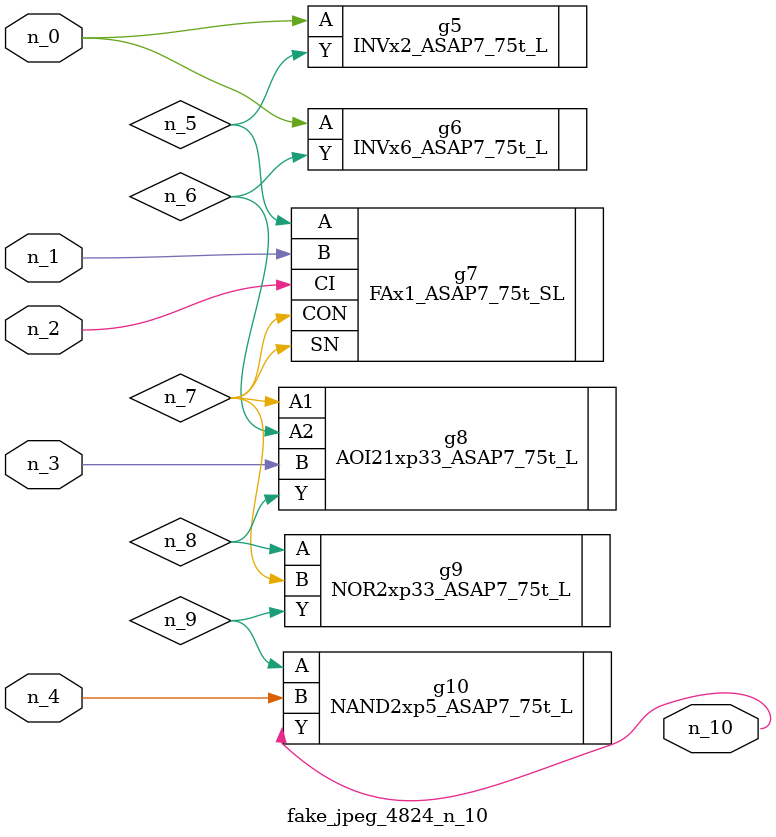
<source format=v>
module fake_jpeg_4824_n_10 (n_3, n_2, n_1, n_0, n_4, n_10);

input n_3;
input n_2;
input n_1;
input n_0;
input n_4;

output n_10;

wire n_8;
wire n_9;
wire n_6;
wire n_5;
wire n_7;

INVx2_ASAP7_75t_L g5 ( 
.A(n_0),
.Y(n_5)
);

INVx6_ASAP7_75t_L g6 ( 
.A(n_0),
.Y(n_6)
);

FAx1_ASAP7_75t_SL g7 ( 
.A(n_5),
.B(n_1),
.CI(n_2),
.CON(n_7),
.SN(n_7)
);

AOI21xp33_ASAP7_75t_L g8 ( 
.A1(n_7),
.A2(n_6),
.B(n_3),
.Y(n_8)
);

NOR2xp33_ASAP7_75t_L g9 ( 
.A(n_8),
.B(n_7),
.Y(n_9)
);

NAND2xp5_ASAP7_75t_L g10 ( 
.A(n_9),
.B(n_4),
.Y(n_10)
);


endmodule
</source>
